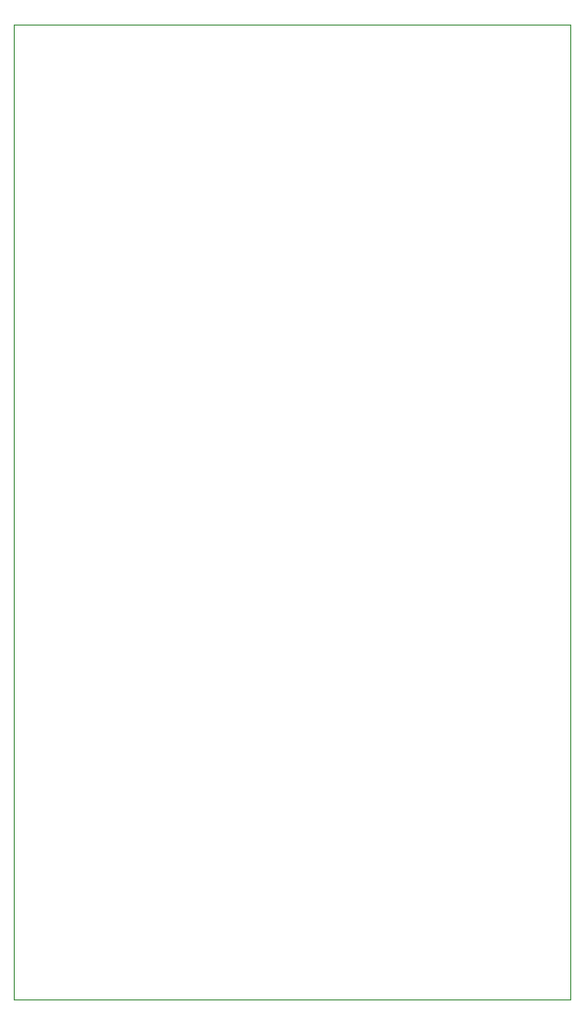
<source format=gbr>
G04 #@! TF.GenerationSoftware,KiCad,Pcbnew,8.0.8*
G04 #@! TF.CreationDate,2025-03-03T22:19:49-06:00*
G04 #@! TF.ProjectId,group13_buttons,67726f75-7031-4335-9f62-7574746f6e73,rev?*
G04 #@! TF.SameCoordinates,Original*
G04 #@! TF.FileFunction,Profile,NP*
%FSLAX46Y46*%
G04 Gerber Fmt 4.6, Leading zero omitted, Abs format (unit mm)*
G04 Created by KiCad (PCBNEW 8.0.8) date 2025-03-03 22:19:49*
%MOMM*%
%LPD*%
G01*
G04 APERTURE LIST*
G04 #@! TA.AperFunction,Profile*
%ADD10C,0.050000*%
G04 #@! TD*
G04 APERTURE END LIST*
D10*
X139092000Y-113197000D02*
X187092000Y-113197000D01*
X187092000Y-197197000D01*
X139092000Y-197197000D01*
X139092000Y-113197000D01*
M02*

</source>
